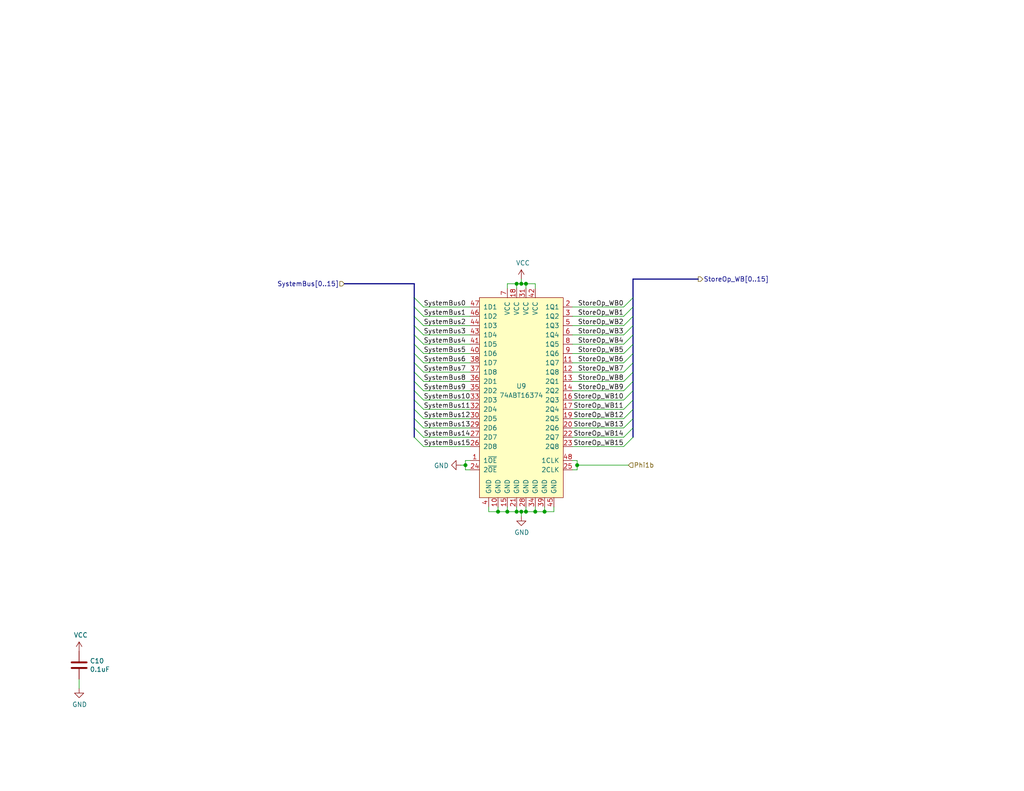
<source format=kicad_sch>
(kicad_sch (version 20250114) (generator "eeschema") (generator_version "9.0")
  (paper "USLetter")
  (title_block (title "MEM/WB: Store Operand Register") (date "2023-11-25") (rev "A"))
  (lib_symbols
    (symbol "Device:C" (pin_numbers (hide yes)) (pin_names (offset 0.254))
      (property "Reference" "C" (at 0.635 2.54 0))
      (property "Value" "C" (at 0.635 -2.54 0))
      (symbol "C_0_1"
        (polyline (pts (xy -2.032 0.762) (xy 2.032 0.762)) (stroke (width 0.508)))
        (polyline (pts (xy -2.032 -0.762) (xy 2.032 -0.762)) (stroke (width 0.508)))
      )
      (symbol "C_1_1"
        (pin passive line (at 0 3.81 270) (length 2.794) (name "~") (number "1"))
        (pin passive line (at 0 -3.81 90) (length 2.794) (name "~") (number "2"))
      )
    )
    (symbol "Turtle16:74ABT16374" (pin_names (offset 1.016))
      (symbol "74ABT16374_0_0"
        (pin input line (at -13.97 21.59 0) (length 2.54) (name "1D1") (number "47"))
        (pin input line (at -13.97 19.05 0) (length 2.54) (name "1D2") (number "46"))
        (pin input line (at -13.97 16.51 0) (length 2.54) (name "1D3") (number "44"))
        (pin input line (at -13.97 13.97 0) (length 2.54) (name "1D4") (number "43"))
        (pin input line (at -13.97 11.43 0) (length 2.54) (name "1D5") (number "41"))
        (pin input line (at -13.97 8.89 0) (length 2.54) (name "1D6") (number "40"))
        (pin input line (at -13.97 6.35 0) (length 2.54) (name "1D7") (number "38"))
        (pin input line (at -13.97 3.81 0) (length 2.54) (name "1D8") (number "37"))
        (pin input line (at -13.97 1.27 0) (length 2.54) (name "2D1") (number "36"))
        (pin input line (at -13.97 -1.27 0) (length 2.54) (name "2D2") (number "35"))
        (pin input line (at -13.97 -3.81 0) (length 2.54) (name "2D3") (number "33"))
        (pin input line (at -13.97 -6.35 0) (length 2.54) (name "2D4") (number "32"))
        (pin input line (at -13.97 -8.89 0) (length 2.54) (name "2D5") (number "30"))
        (pin input line (at -13.97 -11.43 0) (length 2.54) (name "2D6") (number "29"))
        (pin input line (at -13.97 -13.97 0) (length 2.54) (name "2D7") (number "27"))
        (pin input line (at -13.97 -16.51 0) (length 2.54) (name "2D8") (number "26"))
        (pin input line (at -13.97 -20.32 0) (length 2.54) (name "1~{OE}") (number "1"))
        (pin input line (at -13.97 -22.86 0) (length 2.54) (name "2~{OE}") (number "24"))
        (pin power_in line (at -8.89 -33.02 90) (length 2.54) (name "GND") (number "4"))
        (pin power_in line (at -6.35 -33.02 90) (length 2.54) (name "GND") (number "10"))
        (pin power_in line (at -3.81 26.67 270) (length 2.54) (name "VCC") (number "7"))
        (pin power_in line (at -3.81 -33.02 90) (length 2.54) (name "GND") (number "15"))
        (pin power_in line (at -1.27 26.67 270) (length 2.54) (name "VCC") (number "18"))
        (pin power_in line (at -1.27 -33.02 90) (length 2.54) (name "GND") (number "21"))
        (pin power_in line (at 1.27 26.67 270) (length 2.54) (name "VCC") (number "31"))
        (pin power_in line (at 1.27 -33.02 90) (length 2.54) (name "GND") (number "28"))
        (pin power_in line (at 3.81 26.67 270) (length 2.54) (name "VCC") (number "42"))
        (pin power_in line (at 3.81 -33.02 90) (length 2.54) (name "GND") (number "34"))
        (pin power_in line (at 6.35 -33.02 90) (length 2.54) (name "GND") (number "39"))
        (pin power_in line (at 8.89 -33.02 90) (length 2.54) (name "GND") (number "45"))
        (pin tri_state line (at 13.97 21.59 180) (length 2.54) (name "1Q1") (number "2"))
        (pin tri_state line (at 13.97 19.05 180) (length 2.54) (name "1Q2") (number "3"))
        (pin tri_state line (at 13.97 16.51 180) (length 2.54) (name "1Q3") (number "5"))
        (pin tri_state line (at 13.97 13.97 180) (length 2.54) (name "1Q4") (number "6"))
        (pin tri_state line (at 13.97 11.43 180) (length 2.54) (name "1Q5") (number "8"))
        (pin tri_state line (at 13.97 8.89 180) (length 2.54) (name "1Q6") (number "9"))
        (pin tri_state line (at 13.97 6.35 180) (length 2.54) (name "1Q7") (number "11"))
        (pin tri_state line (at 13.97 3.81 180) (length 2.54) (name "1Q8") (number "12"))
        (pin tri_state line (at 13.97 1.27 180) (length 2.54) (name "2Q1") (number "13"))
        (pin tri_state line (at 13.97 -1.27 180) (length 2.54) (name "2Q2") (number "14"))
        (pin tri_state line (at 13.97 -3.81 180) (length 2.54) (name "2Q3") (number "16"))
        (pin tri_state line (at 13.97 -6.35 180) (length 2.54) (name "2Q4") (number "17"))
        (pin tri_state line (at 13.97 -8.89 180) (length 2.54) (name "2Q5") (number "19"))
        (pin tri_state line (at 13.97 -11.43 180) (length 2.54) (name "2Q6") (number "20"))
        (pin tri_state line (at 13.97 -13.97 180) (length 2.54) (name "2Q7") (number "22"))
        (pin tri_state line (at 13.97 -16.51 180) (length 2.54) (name "2Q8") (number "23"))
        (pin input line (at 13.97 -20.32 180) (length 2.54) (name "1CLK") (number "48"))
        (pin input line (at 13.97 -22.86 180) (length 2.54) (name "2CLK") (number "25"))
      )
      (symbol "74ABT16374_0_1"
        (rectangle (start -11.43 24.13) (end 11.43 -30.48) (fill (type background)))
      )
    )
    (symbol "power:GND" (power) (pin_names (offset 0))
      (property "Value" "GND" (at 0 -3.81 0))
      (symbol "GND_0_1"
        (polyline (pts (xy 0 0) (xy 0 -1.27) (xy 1.27 -1.27) (xy 0 -2.54) (xy -1.27 -1.27) (xy 0 -1.27)))
      )
      (symbol "GND_1_1"
        (pin power_in line (at 0 0 270) (length 0) (hide yes) (name "GND") (number "1"))
      )
    )
    (symbol "power:VCC" (power) (pin_names (offset 0))
      (property "Value" "VCC" (at 0 3.81 0))
      (symbol "VCC_0_1"
        (polyline (pts (xy -0.762 1.27) (xy 0 2.54)))
        (polyline (pts (xy 0 2.54) (xy 0.762 1.27)))
        (polyline (pts (xy 0 0) (xy 0 2.54)))
      )
      (symbol "VCC_1_1"
        (pin power_in line (at 0 0 90) (length 0) (hide yes) (name "VCC") (number "1"))
      )
    )
  )
  (junction (at 140.97 139.7))
  (junction (at 127 127))
  (junction (at 143.51 77.47))
  (junction (at 148.59 139.7))
  (junction (at 157.48 127))
  (junction (at 140.97 77.47))
  (junction (at 142.24 139.7))
  (junction (at 138.43 139.7))
  (junction (at 135.89 139.7))
  (junction (at 142.24 77.47))
  (junction (at 143.51 139.7))
  (junction (at 146.05 139.7))
  (bus_entry (at 172.72 96.52) (size -2.54 2.54))
  (bus_entry (at 113.03 96.52) (size 2.54 2.54))
  (bus_entry (at 113.03 93.98) (size 2.54 2.54))
  (bus_entry (at 113.03 111.76) (size 2.54 2.54))
  (bus_entry (at 172.72 116.84) (size -2.54 2.54))
  (bus_entry (at 113.03 81.28) (size 2.54 2.54))
  (bus_entry (at 172.72 91.44) (size -2.54 2.54))
  (bus_entry (at 113.03 101.6) (size 2.54 2.54))
  (bus_entry (at 113.03 114.3) (size 2.54 2.54))
  (bus_entry (at 113.03 119.38) (size 2.54 2.54))
  (bus_entry (at 172.72 83.82) (size -2.54 2.54))
  (bus_entry (at 172.72 99.06) (size -2.54 2.54))
  (bus_entry (at 172.72 109.22) (size -2.54 2.54))
  (bus_entry (at 172.72 81.28) (size -2.54 2.54))
  (bus_entry (at 113.03 91.44) (size 2.54 2.54))
  (bus_entry (at 113.03 106.68) (size 2.54 2.54))
  (bus_entry (at 172.72 111.76) (size -2.54 2.54))
  (bus_entry (at 172.72 86.36) (size -2.54 2.54))
  (bus_entry (at 172.72 119.38) (size -2.54 2.54))
  (bus_entry (at 172.72 93.98) (size -2.54 2.54))
  (bus_entry (at 113.03 99.06) (size 2.54 2.54))
  (bus_entry (at 113.03 86.36) (size 2.54 2.54))
  (bus_entry (at 172.72 106.68) (size -2.54 2.54))
  (bus_entry (at 172.72 101.6) (size -2.54 2.54))
  (bus_entry (at 113.03 104.14) (size 2.54 2.54))
  (bus_entry (at 113.03 88.9) (size 2.54 2.54))
  (bus_entry (at 172.72 104.14) (size -2.54 2.54))
  (bus_entry (at 113.03 83.82) (size 2.54 2.54))
  (bus_entry (at 113.03 109.22) (size 2.54 2.54))
  (bus_entry (at 113.03 116.84) (size 2.54 2.54))
  (bus_entry (at 172.72 114.3) (size -2.54 2.54))
  (bus_entry (at 172.72 88.9) (size -2.54 2.54))
  (wire (pts (xy 115.57 109.22) (xy 128.27 109.22)))
  (bus (pts (xy 113.03 93.98) (xy 113.03 96.52)))
  (bus (pts (xy 172.72 76.2) (xy 172.72 81.28)))
  (wire (pts (xy 128.27 125.73) (xy 127 125.73)))
  (wire (pts (xy 21.59 187.96) (xy 21.59 185.42)))
  (bus (pts (xy 172.72 83.82) (xy 172.72 86.36)))
  (bus (pts (xy 93.98 77.47) (xy 113.03 77.47)))
  (wire (pts (xy 142.24 76.2) (xy 142.24 77.47)))
  (bus (pts (xy 113.03 88.9) (xy 113.03 91.44)))
  (bus (pts (xy 172.72 81.28) (xy 172.72 83.82)))
  (wire (pts (xy 170.18 119.38) (xy 156.21 119.38)))
  (wire (pts (xy 135.89 139.7) (xy 138.43 139.7)))
  (wire (pts (xy 127 127) (xy 127 128.27)))
  (wire (pts (xy 115.57 114.3) (xy 128.27 114.3)))
  (wire (pts (xy 170.18 114.3) (xy 156.21 114.3)))
  (wire (pts (xy 142.24 139.7) (xy 143.51 139.7)))
  (wire (pts (xy 170.18 116.84) (xy 156.21 116.84)))
  (wire (pts (xy 115.57 116.84) (xy 128.27 116.84)))
  (wire (pts (xy 115.57 99.06) (xy 128.27 99.06)))
  (wire (pts (xy 143.51 139.7) (xy 146.05 139.7)))
  (wire (pts (xy 148.59 139.7) (xy 151.13 139.7)))
  (bus (pts (xy 113.03 83.82) (xy 113.03 86.36)))
  (wire (pts (xy 115.57 96.52) (xy 128.27 96.52)))
  (wire (pts (xy 135.89 138.43) (xy 135.89 139.7)))
  (wire (pts (xy 170.18 93.98) (xy 156.21 93.98)))
  (wire (pts (xy 157.48 127) (xy 171.45 127)))
  (bus (pts (xy 172.72 109.22) (xy 172.72 111.76)))
  (wire (pts (xy 138.43 138.43) (xy 138.43 139.7)))
  (bus (pts (xy 172.72 86.36) (xy 172.72 88.9)))
  (bus (pts (xy 113.03 91.44) (xy 113.03 93.98)))
  (wire (pts (xy 138.43 78.74) (xy 138.43 77.47)))
  (wire (pts (xy 115.57 106.68) (xy 128.27 106.68)))
  (wire (pts (xy 115.57 101.6) (xy 128.27 101.6)))
  (bus (pts (xy 113.03 104.14) (xy 113.03 106.68)))
  (wire (pts (xy 170.18 121.92) (xy 156.21 121.92)))
  (wire (pts (xy 115.57 86.36) (xy 128.27 86.36)))
  (wire (pts (xy 146.05 139.7) (xy 148.59 139.7)))
  (wire (pts (xy 133.35 138.43) (xy 133.35 139.7)))
  (wire (pts (xy 115.57 93.98) (xy 128.27 93.98)))
  (wire (pts (xy 170.18 104.14) (xy 156.21 104.14)))
  (wire (pts (xy 170.18 86.36) (xy 156.21 86.36)))
  (wire (pts (xy 127 128.27) (xy 128.27 128.27)))
  (wire (pts (xy 142.24 139.7) (xy 142.24 140.97)))
  (wire (pts (xy 143.51 78.74) (xy 143.51 77.47)))
  (wire (pts (xy 143.51 138.43) (xy 143.51 139.7)))
  (bus (pts (xy 172.72 106.68) (xy 172.72 109.22)))
  (wire (pts (xy 170.18 101.6) (xy 156.21 101.6)))
  (bus (pts (xy 113.03 106.68) (xy 113.03 109.22)))
  (bus (pts (xy 113.03 99.06) (xy 113.03 101.6)))
  (wire (pts (xy 170.18 111.76) (xy 156.21 111.76)))
  (wire (pts (xy 146.05 138.43) (xy 146.05 139.7)))
  (bus (pts (xy 113.03 77.47) (xy 113.03 81.28)))
  (wire (pts (xy 157.48 127) (xy 157.48 128.27)))
  (wire (pts (xy 115.57 111.76) (xy 128.27 111.76)))
  (wire (pts (xy 170.18 83.82) (xy 156.21 83.82)))
  (bus (pts (xy 172.72 111.76) (xy 172.72 114.3)))
  (wire (pts (xy 148.59 138.43) (xy 148.59 139.7)))
  (wire (pts (xy 127 125.73) (xy 127 127)))
  (bus (pts (xy 190.5 76.2) (xy 172.72 76.2)))
  (bus (pts (xy 113.03 96.52) (xy 113.03 99.06)))
  (wire (pts (xy 157.48 128.27) (xy 156.21 128.27)))
  (wire (pts (xy 115.57 104.14) (xy 128.27 104.14)))
  (wire (pts (xy 140.97 78.74) (xy 140.97 77.47)))
  (bus (pts (xy 113.03 116.84) (xy 113.03 119.38)))
  (wire (pts (xy 133.35 139.7) (xy 135.89 139.7)))
  (bus (pts (xy 172.72 104.14) (xy 172.72 106.68)))
  (bus (pts (xy 113.03 114.3) (xy 113.03 116.84)))
  (bus (pts (xy 113.03 109.22) (xy 113.03 111.76)))
  (wire (pts (xy 140.97 77.47) (xy 142.24 77.47)))
  (wire (pts (xy 170.18 91.44) (xy 156.21 91.44)))
  (wire (pts (xy 115.57 83.82) (xy 128.27 83.82)))
  (wire (pts (xy 115.57 91.44) (xy 128.27 91.44)))
  (bus (pts (xy 172.72 114.3) (xy 172.72 116.84)))
  (wire (pts (xy 170.18 88.9) (xy 156.21 88.9)))
  (bus (pts (xy 172.72 116.84) (xy 172.72 119.38)))
  (wire (pts (xy 170.18 96.52) (xy 156.21 96.52)))
  (bus (pts (xy 172.72 88.9) (xy 172.72 91.44)))
  (wire (pts (xy 143.51 77.47) (xy 146.05 77.47)))
  (bus (pts (xy 172.72 96.52) (xy 172.72 99.06)))
  (wire (pts (xy 157.48 125.73) (xy 157.48 127)))
  (bus (pts (xy 172.72 99.06) (xy 172.72 101.6)))
  (wire (pts (xy 140.97 138.43) (xy 140.97 139.7)))
  (wire (pts (xy 142.24 77.47) (xy 143.51 77.47)))
  (bus (pts (xy 113.03 81.28) (xy 113.03 83.82)))
  (wire (pts (xy 138.43 77.47) (xy 140.97 77.47)))
  (bus (pts (xy 113.03 86.36) (xy 113.03 88.9)))
  (wire (pts (xy 115.57 119.38) (xy 128.27 119.38)))
  (bus (pts (xy 172.72 91.44) (xy 172.72 93.98)))
  (wire (pts (xy 151.13 139.7) (xy 151.13 138.43)))
  (bus (pts (xy 113.03 111.76) (xy 113.03 114.3)))
  (bus (pts (xy 113.03 101.6) (xy 113.03 104.14)))
  (wire (pts (xy 146.05 77.47) (xy 146.05 78.74)))
  (wire (pts (xy 115.57 88.9) (xy 128.27 88.9)))
  (wire (pts (xy 140.97 139.7) (xy 142.24 139.7)))
  (wire (pts (xy 138.43 139.7) (xy 140.97 139.7)))
  (bus (pts (xy 172.72 93.98) (xy 172.72 96.52)))
  (wire (pts (xy 170.18 99.06) (xy 156.21 99.06)))
  (wire (pts (xy 127 127) (xy 125.73 127)))
  (bus (pts (xy 172.72 101.6) (xy 172.72 104.14)))
  (wire (pts (xy 170.18 106.68) (xy 156.21 106.68)))
  (wire (pts (xy 156.21 125.73) (xy 157.48 125.73)))
  (wire (pts (xy 170.18 109.22) (xy 156.21 109.22)))
  (wire (pts (xy 115.57 121.92) (xy 128.27 121.92)))
  (label "SystemBus0" (at 115.57 83.82 0))
  (label "StoreOp_WB0" (at 170.18 83.82 180))
  (label "StoreOp_WB4" (at 170.18 93.98 180))
  (label "StoreOp_WB15" (at 170.18 121.92 180))
  (label "SystemBus8" (at 115.57 104.14 0))
  (label "SystemBus3" (at 115.57 91.44 0))
  (label "SystemBus5" (at 115.57 96.52 0))
  (label "SystemBus11" (at 115.57 111.76 0))
  (label "SystemBus13" (at 115.57 116.84 0))
  (label "StoreOp_WB14" (at 170.18 119.38 180))
  (label "SystemBus1" (at 115.57 86.36 0))
  (label "SystemBus6" (at 115.57 99.06 0))
  (label "StoreOp_WB11" (at 170.18 111.76 180))
  (label "SystemBus15" (at 115.57 121.92 0))
  (label "StoreOp_WB2" (at 170.18 88.9 180))
  (label "SystemBus12" (at 115.57 114.3 0))
  (label "StoreOp_WB7" (at 170.18 101.6 180))
  (label "SystemBus4" (at 115.57 93.98 0))
  (label "StoreOp_WB5" (at 170.18 96.52 180))
  (label "StoreOp_WB9" (at 170.18 106.68 180))
  (label "StoreOp_WB1" (at 170.18 86.36 180))
  (label "SystemBus10" (at 115.57 109.22 0))
  (label "StoreOp_WB10" (at 170.18 109.22 180))
  (label "SystemBus9" (at 115.57 106.68 0))
  (label "StoreOp_WB8" (at 170.18 104.14 180))
  (label "StoreOp_WB12" (at 170.18 114.3 180))
  (label "SystemBus2" (at 115.57 88.9 0))
  (label "SystemBus14" (at 115.57 119.38 0))
  (label "StoreOp_WB13" (at 170.18 116.84 180))
  (label "StoreOp_WB3" (at 170.18 91.44 180))
  (label "StoreOp_WB6" (at 170.18 99.06 180))
  (label "SystemBus7" (at 115.57 101.6 0))
  (hierarchical_label "Phi1b" (shape input) (at 171.45 127 0))
  (hierarchical_label "StoreOp_WB[0..15]" (shape output) (at 190.5 76.2 0))
  (hierarchical_label "SystemBus[0..15]" (shape input) (at 93.98 77.47 180))
  (symbol (lib_id "Device:C") (at 21.59 181.61 0) (unit 1)
    (property "Reference" "C10" (at 24.511 180.4416 0) (effects (justify left)))
    (property "Value" "0.1uF" (at 24.511 182.753 0) (effects (justify left)))
    (property "Footprint" "Capacitor_SMD:C_0603_1608Metric" (effects (hide yes)))
    (property "Datasheet" "https://www.mouser.com/datasheet/2/396/taiyo_yuden_12132018_mlcc11_hq_e-1510082.pdf" (effects (hide yes)))
    (property "Manufacturer" "Taiyo Yuden" (effects (hide yes)))
    (property "Manufacturer#" "EMK107B7104KAHT" (effects (hide yes)))
    (property "Mouser#" "963-EMK107B7104KAHT" (effects (hide yes)))
    (property "Digikey#" "587-6004-1-ND" (effects (hide yes)))
  )
  (symbol (lib_id "power:VCC") (at 21.59 177.8 0) (unit 1)
    (property "Reference" "#PWR051" (effects (hide yes)))
    (property "Value" "VCC" (at 22.0218 173.4058 0))
  )
  (symbol (lib_id "power:GND") (at 21.59 187.96 0) (unit 1)
    (property "Reference" "#PWR052" (effects (hide yes)))
    (property "Value" "GND" (at 21.717 192.3542 0))
  )
  (symbol (lib_id "power:GND") (at 125.73 127 270) (unit 1)
    (property "Reference" "#PWR053" (effects (hide yes)))
    (property "Value" "GND" (at 122.4788 127.127 90) (effects (justify right)))
  )
  (symbol (lib_id "power:VCC") (at 142.24 76.2 0) (unit 1)
    (property "Reference" "#PWR054" (effects (hide yes)))
    (property "Value" "VCC" (at 142.6718 71.8058 0))
  )
  (symbol (lib_id "power:GND") (at 142.24 140.97 0) (unit 1)
    (property "Reference" "#PWR055" (effects (hide yes)))
    (property "Value" "GND" (at 142.367 145.3642 0))
  )
  (symbol (lib_id "Turtle16:74ABT16374") (at 142.24 105.41 0) (unit 1)
    (property "Reference" "U9" (at 142.24 105.41 0))
    (property "Value" "74ABT16374" (at 142.24 107.95 0))
    (property "Footprint" "Package_SO:TSSOP-48_6.1x12.5mm_P0.5mm" (effects (hide yes)))
    (property "Datasheet" "https://www.ti.com/general/docs/suppproductinfo.tsp?distId=26&gotoUrl=https://www.ti.com/lit/gpn/sn74abt16374a" (effects (hide yes)))
    (property "Manufacturer" "Texas Instruments" (effects (hide yes)))
    (property "Manufacturer#" "SN74ABT16374ADGGR" (effects (hide yes)))
    (property "Mouser#" "595-SNABT16374ADGGR" (effects (hide yes)))
    (property "Digikey#" "296-3900-1-ND" (effects (hide yes)))
  )
)
</source>
